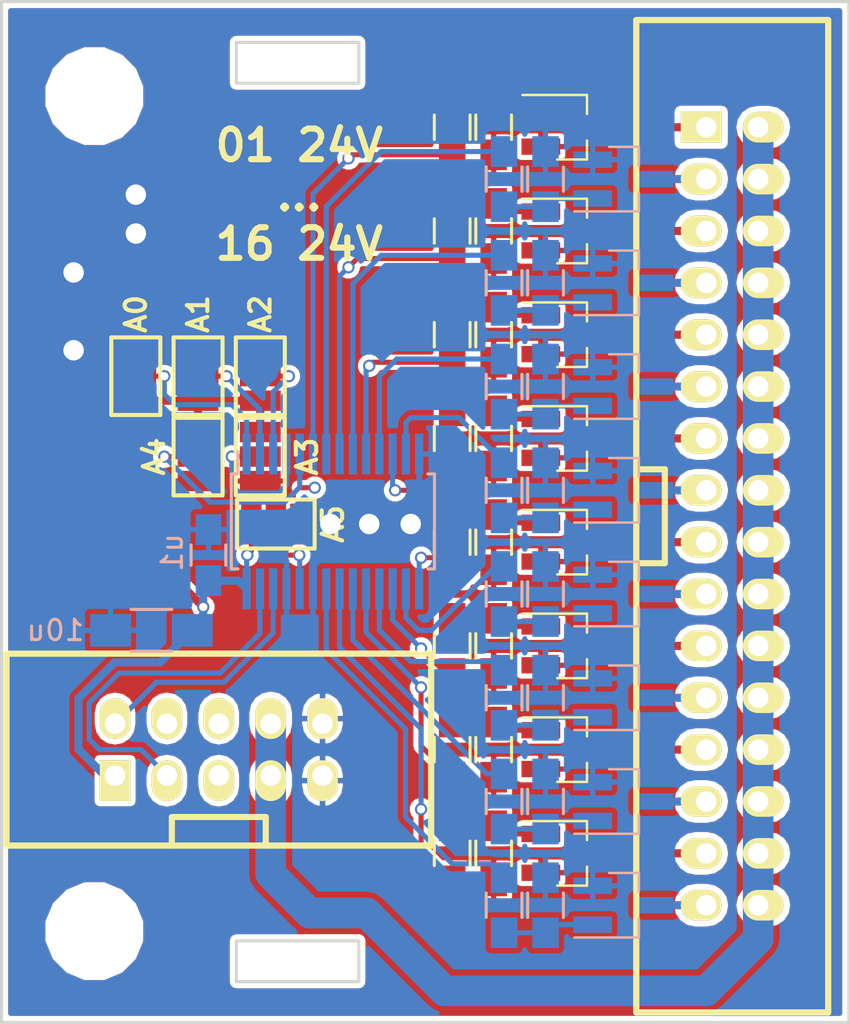
<source format=kicad_pcb>
(kicad_pcb (version 4) (host pcbnew 4.0.5)
  (layers (0 F.Cu signal) (31 B.Cu signal) (34 B.Paste user) (35 F.Paste user) (36 B.SilkS user) (37 F.SilkS user) (38 B.Mask user) (39 F.Mask user) (44 Edge.Cuts user))
  (net 0 "")
  (net 1 +24V)
  (net 2 GND)
  (net 3 +3V3)
  (net 4 /SCL)
  (net 5 "Net-(P2-Pad9)")
  (net 6 "Net-(P2-Pad7)")
  (net 7 "Net-(P2-Pad1)")
  (net 8 "Net-(P2-Pad3)")
  (net 9 "Net-(P2-Pad5)")
  (net 10 /A0)
  (net 11 /A1)
  (net 12 /A2)
  (net 13 /A3)
  (net 14 /A4)
  (net 15 /SDA)
  (net 16 "Net-(P2-Pad31)")
  (net 17 "Net-(P2-Pad27)")
  (net 18 "Net-(P2-Pad29)")
  (net 19 "Net-(P2-Pad25)")
  (net 20 "Net-(P2-Pad23)")
  (net 21 "Net-(P2-Pad21)")
  (net 22 "Net-(P2-Pad19)")
  (net 23 "Net-(P2-Pad17)")
  (net 24 "Net-(P2-Pad15)")
  (net 25 "Net-(P2-Pad13)")
  (net 26 "Net-(P2-Pad11)")
  (net 27 /LED0)
  (net 28 /LED1)
  (net 29 /LED2)
  (net 30 /LED3)
  (net 31 /LED4)
  (net 32 /LED5)
  (net 33 /LED6)
  (net 34 /LED7)
  (net 35 /LED8)
  (net 36 /LED9)
  (net 37 /LED10)
  (net 38 /LED11)
  (net 39 /LED12)
  (net 40 /LED13)
  (net 41 /LED14)
  (net 42 /LED15)
  (net 43 /A5)
  (net 44 "Net-(Q1-Pad1)")
  (net 45 "Net-(Q2-Pad1)")
  (net 46 "Net-(Q3-Pad1)")
  (net 47 "Net-(Q4-Pad1)")
  (net 48 "Net-(Q5-Pad1)")
  (net 49 "Net-(Q6-Pad1)")
  (net 50 "Net-(Q7-Pad1)")
  (net 51 "Net-(Q8-Pad1)")
  (net 52 "Net-(Q9-Pad1)")
  (net 53 "Net-(Q10-Pad1)")
  (net 54 "Net-(Q11-Pad1)")
  (net 55 "Net-(Q12-Pad1)")
  (net 56 "Net-(Q13-Pad1)")
  (net 57 "Net-(Q14-Pad1)")
  (net 58 "Net-(Q15-Pad1)")
  (net 59 "Net-(Q16-Pad1)")
  (module w_conn_strip:vasch_strip_16x2 (layer F.Cu) (at 145.288 124.206 270)
    (fp_text reference P2 hide)
    (fp_text value CONN_02X16 hide)
    (pad 31 thru_hole oval (at 19.05 1.27 270) (size 1.5 2) (drill 1 (offset 0 0.25)) (layers *.Cu *.Mask F.SilkS) (net 16 "Net-(P2-Pad31)"))
    (pad 32 thru_hole oval (at 19.05 -1.27 270) (size 1.5 2) (drill 1 (offset 0 -0.25)) (layers *.Cu *.Mask F.SilkS) (net 1 +24V))
    (pad 27 thru_hole oval (at 13.97 1.27 270) (size 1.5 2) (drill 1 (offset 0 0.25)) (layers *.Cu *.Mask F.SilkS) (net 17 "Net-(P2-Pad27)"))
    (pad 28 thru_hole oval (at 13.97 -1.27 270) (size 1.5 2) (drill 1 (offset 0 -0.25)) (layers *.Cu *.Mask F.SilkS) (net 1 +24V))
    (pad 30 thru_hole oval (at 16.51 -1.27 270) (size 1.5 2) (drill 1 (offset 0 -0.25)) (layers *.Cu *.Mask F.SilkS) (net 1 +24V))
    (pad 29 thru_hole oval (at 16.51 1.27 270) (size 1.5 2) (drill 1 (offset 0 0.25)) (layers *.Cu *.Mask F.SilkS) (net 18 "Net-(P2-Pad29)"))
    (pad 25 thru_hole oval (at 11.43 1.27 270) (size 1.5 2) (drill 1 (offset 0 0.25)) (layers *.Cu *.Mask F.SilkS) (net 19 "Net-(P2-Pad25)"))
    (pad 26 thru_hole oval (at 11.43 -1.27 270) (size 1.5 2) (drill 1 (offset 0 -0.25)) (layers *.Cu *.Mask F.SilkS) (net 1 +24V))
    (pad 24 thru_hole oval (at 8.89 -1.27 270) (size 1.5 2) (drill 1 (offset 0 -0.25)) (layers *.Cu *.Mask F.SilkS) (net 1 +24V))
    (pad 23 thru_hole oval (at 8.89 1.27 270) (size 1.5 2) (drill 1 (offset 0 0.25)) (layers *.Cu *.Mask F.SilkS) (net 20 "Net-(P2-Pad23)"))
    (pad 21 thru_hole oval (at 6.35 1.27 270) (size 1.5 2) (drill 1 (offset 0 0.25)) (layers *.Cu *.Mask F.SilkS) (net 21 "Net-(P2-Pad21)"))
    (pad 22 thru_hole oval (at 6.35 -1.27 270) (size 1.5 2) (drill 1 (offset 0 -0.25)) (layers *.Cu *.Mask F.SilkS) (net 1 +24V))
    (pad 20 thru_hole oval (at 3.81 -1.27 270) (size 1.5 2) (drill 1 (offset 0 -0.25)) (layers *.Cu *.Mask F.SilkS) (net 1 +24V))
    (pad 19 thru_hole oval (at 3.81 1.27 270) (size 1.5 2) (drill 1 (offset 0 0.25)) (layers *.Cu *.Mask F.SilkS) (net 22 "Net-(P2-Pad19)"))
    (pad 17 thru_hole oval (at 1.27 1.27 270) (size 1.5 2) (drill 1 (offset 0 0.25)) (layers *.Cu *.Mask F.SilkS) (net 23 "Net-(P2-Pad17)"))
    (pad 18 thru_hole oval (at 1.27 -1.27 270) (size 1.5 2) (drill 1 (offset 0 -0.25)) (layers *.Cu *.Mask F.SilkS) (net 1 +24V))
    (pad 16 thru_hole oval (at -1.27 -1.27 270) (size 1.5 2) (drill 1 (offset 0 -0.25)) (layers *.Cu *.Mask F.SilkS) (net 1 +24V))
    (pad 15 thru_hole oval (at -1.27 1.27 270) (size 1.5 2) (drill 1 (offset 0 0.25)) (layers *.Cu *.Mask F.SilkS) (net 24 "Net-(P2-Pad15)"))
    (pad 13 thru_hole oval (at -3.81 1.27 270) (size 1.5 2) (drill 1 (offset 0 0.25)) (layers *.Cu *.Mask F.SilkS) (net 25 "Net-(P2-Pad13)"))
    (pad 14 thru_hole oval (at -3.81 -1.27 270) (size 1.5 2) (drill 1 (offset 0 -0.25)) (layers *.Cu *.Mask F.SilkS) (net 1 +24V))
    (pad 12 thru_hole oval (at -6.35 -1.27 270) (size 1.5 2) (drill 1 (offset 0 -0.25)) (layers *.Cu *.Mask F.SilkS) (net 1 +24V))
    (pad 11 thru_hole oval (at -6.35 1.27 270) (size 1.5 2) (drill 1 (offset 0 0.25)) (layers *.Cu *.Mask F.SilkS) (net 26 "Net-(P2-Pad11)"))
    (pad 9 thru_hole oval (at -8.89 1.27 270) (size 1.5 2) (drill 1 (offset 0 0.25)) (layers *.Cu *.Mask F.SilkS) (net 5 "Net-(P2-Pad9)"))
    (pad 10 thru_hole oval (at -8.89 -1.27 270) (size 1.5 2) (drill 1 (offset 0 -0.25)) (layers *.Cu *.Mask F.SilkS) (net 1 +24V))
    (pad 8 thru_hole oval (at -11.43 -1.27 270) (size 1.5 2) (drill 1 (offset 0 -0.25)) (layers *.Cu *.Mask F.SilkS) (net 1 +24V))
    (pad 7 thru_hole oval (at -11.43 1.27 270) (size 1.5 2) (drill 1 (offset 0 0.25)) (layers *.Cu *.Mask F.SilkS) (net 6 "Net-(P2-Pad7)"))
    (pad 1 thru_hole rect (at -19.05 1.27 270) (size 1.5 2) (drill 1 (offset 0 0.25)) (layers *.Cu *.Mask F.SilkS) (net 7 "Net-(P2-Pad1)"))
    (pad 2 thru_hole oval (at -19.05 -1.27 270) (size 1.5 2) (drill 1 (offset 0 -0.25)) (layers *.Cu *.Mask F.SilkS) (net 1 +24V))
    (pad 3 thru_hole oval (at -16.51 1.27 270) (size 1.5 2) (drill 1 (offset 0 0.25)) (layers *.Cu *.Mask F.SilkS) (net 8 "Net-(P2-Pad3)"))
    (pad 4 thru_hole oval (at -16.51 -1.27 270) (size 1.5 2) (drill 1 (offset 0 -0.25)) (layers *.Cu *.Mask F.SilkS) (net 1 +24V))
    (pad 5 thru_hole oval (at -13.97 1.27 270) (size 1.5 2) (drill 1 (offset 0 0.25)) (layers *.Cu *.Mask F.SilkS) (net 9 "Net-(P2-Pad5)"))
    (pad 6 thru_hole oval (at -13.97 -1.27 270) (size 1.5 2) (drill 1 (offset 0 -0.25)) (layers *.Cu *.Mask F.SilkS) (net 1 +24V))
  )
  (module w_conn_strip:vasch_strip_5x2 (layer F.Cu) (at 120.142 135.636)
    (fp_text reference P1 hide)
    (fp_text value CONN_02X05 hide)
    (pad 9 thru_hole oval (at 5.08 1.27) (size 1.5 2) (drill 1 (offset 0 0.25)) (layers *.Cu *.Mask F.SilkS) (net 2 GND))
    (pad 10 thru_hole oval (at 5.08 -1.27) (size 1.5 2) (drill 1 (offset 0 -0.25)) (layers *.Cu *.Mask F.SilkS) (net 2 GND))
    (pad 8 thru_hole oval (at 2.54 -1.27) (size 1.5 2) (drill 1 (offset 0 -0.25)) (layers *.Cu *.Mask F.SilkS) (net 1 +24V))
    (pad 7 thru_hole oval (at 2.54 1.27) (size 1.5 2) (drill 1 (offset 0 0.25)) (layers *.Cu *.Mask F.SilkS) (net 1 +24V))
    (pad 1 thru_hole rect (at -5.08 1.27) (size 1.5 2) (drill 1 (offset 0 0.25)) (layers *.Cu *.Mask F.SilkS) (net 3 +3V3))
    (pad 2 thru_hole oval (at -5.08 -1.27) (size 1.5 2) (drill 1 (offset 0 -0.25)) (layers *.Cu *.Mask F.SilkS) (net 4 /SCL))
    (pad 3 thru_hole oval (at -2.54 1.27) (size 1.5 2) (drill 1 (offset 0 0.25)) (layers *.Cu *.Mask F.SilkS) (net 15 /SDA))
    (pad 4 thru_hole oval (at -2.54 -1.27) (size 1.5 2) (drill 1 (offset 0 -0.25)) (layers *.Cu *.Mask F.SilkS))
    (pad 5 thru_hole oval (at 0 1.27) (size 1.5 2) (drill 1 (offset 0 0.25)) (layers *.Cu *.Mask F.SilkS))
    (pad 6 thru_hole oval (at 0 -1.27) (size 1.5 2) (drill 1 (offset 0 -0.25)) (layers *.Cu *.Mask F.SilkS))
  )
  (module Capacitors_SMD:C_0805_HandSoldering (layer B.Cu) (at 119.634 126.111 90)
    (fp_text reference C1 hide)
    (fp_text value u1 (at 0.127 -1.778 90) (layer B.SilkS) (effects (justify mirror)))
    (pad 1 smd rect (at -1.25 0 90) (size 1.5 1.25) (layers B.Cu B.Paste B.Mask) (net 3 +3V3))
    (pad 2 smd rect (at 1.25 0 90) (size 1.5 1.25) (layers B.Cu B.Paste B.Mask) (net 2 GND))
  )
  (module Capacitors_SMD:C_1206_HandSoldering (layer B.Cu) (at 116.84 129.794 180)
    (fp_text reference C2 hide)
    (fp_text value 10u (at 4.699 0 180) (layer B.SilkS) (effects (justify mirror)))
    (pad 1 smd rect (at -2 0 180) (size 2 1.6) (layers B.Cu B.Paste B.Mask) (net 3 +3V3))
    (pad 2 smd rect (at 2 0 180) (size 2 1.6) (layers B.Cu B.Paste B.Mask) (net 2 GND))
  )
  (module sensact:SMD-solder-bridge-3pin (layer F.Cu) (at 116.078 117.348 90)
    (fp_text reference JP1 hide)
    (fp_text value A0 (at 3.048 0 90) (layer F.SilkS) (effects (font (thickness 0.2))))
    (pad 1 smd rect (at -1.2 0 90) (size 1 2) (layers F.Cu F.Mask) (net 3 +3V3))
    (pad 2 smd rect (at 0 0 90) (size 1 2) (layers F.Cu F.Mask) (net 10 /A0))
    (pad 3 smd rect (at 1.2 0 90) (size 1 2) (layers F.Cu F.Mask) (net 2 GND))
  )
  (module sensact:SMD-solder-bridge-3pin (layer F.Cu) (at 119.126 117.348 90)
    (fp_text reference JP2 hide)
    (fp_text value A1 (at 3.048 0 90) (layer F.SilkS) (effects (font (thickness 0.2))))
    (pad 1 smd rect (at -1.2 0 90) (size 1 2) (layers F.Cu F.Mask) (net 3 +3V3))
    (pad 2 smd rect (at 0 0 90) (size 1 2) (layers F.Cu F.Mask) (net 11 /A1))
    (pad 3 smd rect (at 1.2 0 90) (size 1 2) (layers F.Cu F.Mask) (net 2 GND))
  )
  (module sensact:SMD-solder-bridge-3pin (layer F.Cu) (at 122.174 117.348 90)
    (fp_text reference JP3 hide)
    (fp_text value A2 (at 3.048 0 90) (layer F.SilkS) (effects (font (thickness 0.2))))
    (pad 1 smd rect (at -1.2 0 90) (size 1 2) (layers F.Cu F.Mask) (net 3 +3V3))
    (pad 2 smd rect (at 0 0 90) (size 1 2) (layers F.Cu F.Mask) (net 12 /A2))
    (pad 3 smd rect (at 1.2 0 90) (size 1 2) (layers F.Cu F.Mask) (net 2 GND))
  )
  (module sensact:SMD-solder-bridge-3pin (layer F.Cu) (at 122.174 121.285 270)
    (fp_text reference JP4 hide)
    (fp_text value A3 (at 0 -2.286 270) (layer F.SilkS) (effects (font (thickness 0.2))))
    (pad 1 smd rect (at -1.2 0 270) (size 1 2) (layers F.Cu F.Mask) (net 3 +3V3))
    (pad 2 smd rect (at 0 0 270) (size 1 2) (layers F.Cu F.Mask) (net 13 /A3))
    (pad 3 smd rect (at 1.2 0 270) (size 1 2) (layers F.Cu F.Mask) (net 2 GND))
  )
  (module sensact:SMD-solder-bridge-3pin (layer F.Cu) (at 119.126 121.285 270)
    (fp_text reference JP5 hide)
    (fp_text value A4 (at 0 2.159 270) (layer F.SilkS) (effects (font (thickness 0.2))))
    (pad 1 smd rect (at -1.2 0 270) (size 1 2) (layers F.Cu F.Mask) (net 3 +3V3))
    (pad 2 smd rect (at 0 0 270) (size 1 2) (layers F.Cu F.Mask) (net 14 /A4))
    (pad 3 smd rect (at 1.2 0 270) (size 1 2) (layers F.Cu F.Mask) (net 2 GND))
  )
  (module sensact:TSSOP-28_4.4x9.7mm_Pitch0.65mm_handsolder (layer B.Cu) (at 125.73 124.46 270)
    (fp_text reference U9 hide)
    (fp_text value PCA9685 hide)
    (pad 1 smd rect (at -3.3 4.225 270) (size 2 0.4) (layers B.Cu B.Paste B.Mask) (net 10 /A0))
    (pad 15 smd rect (at 3.3 -4.225 270) (size 2 0.4) (layers B.Cu B.Paste B.Mask) (net 35 /LED8))
    (pad 2 smd rect (at -3.3 3.575 270) (size 2 0.4) (layers B.Cu B.Paste B.Mask) (net 11 /A1))
    (pad 3 smd rect (at -3.3 2.925 270) (size 2 0.4) (layers B.Cu B.Paste B.Mask) (net 12 /A2))
    (pad 4 smd rect (at -3.3 2.275 270) (size 2 0.4) (layers B.Cu B.Paste B.Mask) (net 13 /A3))
    (pad 5 smd rect (at -3.3 1.625 270) (size 2 0.4) (layers B.Cu B.Paste B.Mask) (net 14 /A4))
    (pad 6 smd rect (at -3.3 0.975 270) (size 2 0.4) (layers B.Cu B.Paste B.Mask) (net 27 /LED0))
    (pad 7 smd rect (at -3.3 0.325 270) (size 2 0.4) (layers B.Cu B.Paste B.Mask) (net 28 /LED1))
    (pad 8 smd rect (at -3.3 -0.325 270) (size 2 0.4) (layers B.Cu B.Paste B.Mask) (net 29 /LED2))
    (pad 9 smd rect (at -3.3 -0.975 270) (size 2 0.4) (layers B.Cu B.Paste B.Mask) (net 30 /LED3))
    (pad 10 smd rect (at -3.3 -1.625 270) (size 2 0.4) (layers B.Cu B.Paste B.Mask) (net 31 /LED4))
    (pad 11 smd rect (at -3.3 -2.275 270) (size 2 0.4) (layers B.Cu B.Paste B.Mask) (net 32 /LED5))
    (pad 12 smd rect (at -3.3 -2.925 270) (size 2 0.4) (layers B.Cu B.Paste B.Mask) (net 33 /LED6))
    (pad 13 smd rect (at -3.3 -3.575 270) (size 2 0.4) (layers B.Cu B.Paste B.Mask) (net 34 /LED7))
    (pad 14 smd rect (at -3.3 -4.225 270) (size 2 0.4) (layers B.Cu B.Paste B.Mask) (net 2 GND))
    (pad 16 smd rect (at 3.3 -3.575 270) (size 2 0.4) (layers B.Cu B.Paste B.Mask) (net 36 /LED9))
    (pad 17 smd rect (at 3.3 -2.925 270) (size 2 0.4) (layers B.Cu B.Paste B.Mask) (net 37 /LED10))
    (pad 18 smd rect (at 3.3 -2.275 270) (size 2 0.4) (layers B.Cu B.Paste B.Mask) (net 38 /LED11))
    (pad 19 smd rect (at 3.3 -1.625 270) (size 2 0.4) (layers B.Cu B.Paste B.Mask) (net 39 /LED12))
    (pad 20 smd rect (at 3.3 -0.975 270) (size 2 0.4) (layers B.Cu B.Paste B.Mask) (net 40 /LED13))
    (pad 21 smd rect (at 3.3 -0.325 270) (size 2 0.4) (layers B.Cu B.Paste B.Mask) (net 41 /LED14))
    (pad 22 smd rect (at 3.3 0.325 270) (size 2 0.4) (layers B.Cu B.Paste B.Mask) (net 42 /LED15))
    (pad 23 smd rect (at 3.3 0.975 270) (size 2 0.4) (layers B.Cu B.Paste B.Mask) (net 2 GND))
    (pad 24 smd rect (at 3.3 1.625 270) (size 2 0.4) (layers B.Cu B.Paste B.Mask) (net 43 /A5))
    (pad 25 smd rect (at 3.3 2.275 270) (size 2 0.4) (layers B.Cu B.Paste B.Mask) (net 2 GND))
    (pad 26 smd rect (at 3.3 2.925 270) (size 2 0.4) (layers B.Cu B.Paste B.Mask) (net 4 /SCL))
    (pad 27 smd rect (at 3.3 3.575 270) (size 2 0.4) (layers B.Cu B.Paste B.Mask) (net 15 /SDA))
    (pad 28 smd rect (at 3.3 4.225 270) (size 2 0.4) (layers B.Cu B.Paste B.Mask) (net 3 +3V3))
  )
  (module sensact:SMD-solder-bridge-3pin (layer F.Cu) (at 122.936 124.587)
    (fp_text reference JP6 hide)
    (fp_text value A5 (at 2.794 0 90) (layer F.SilkS) (effects (font (thickness 0.2))))
    (pad 1 smd rect (at -1.2 0) (size 1 2) (layers F.Cu F.Mask) (net 3 +3V3))
    (pad 2 smd rect (at 0 0) (size 1 2) (layers F.Cu F.Mask) (net 43 /A5))
    (pad 3 smd rect (at 1.2 0) (size 1 2) (layers F.Cu F.Mask) (net 2 GND))
  )
  (module TO_SOT_Packages_SMD:SOT-23_Handsoldering (layer F.Cu) (at 137.414 105.156)
    (fp_text reference Q1 hide)
    (fp_text value Q_NMOS_GSD hide)
    (pad 1 smd rect (at -1.5 -0.95) (size 1.9 0.8) (layers F.Cu F.Paste F.Mask) (net 44 "Net-(Q1-Pad1)"))
    (pad 2 smd rect (at -1.5 0.95) (size 1.9 0.8) (layers F.Cu F.Paste F.Mask) (net 2 GND))
    (pad 3 smd rect (at 1.5 0) (size 1.9 0.8) (layers F.Cu F.Paste F.Mask) (net 7 "Net-(P2-Pad1)"))
  )
  (module TO_SOT_Packages_SMD:SOT-23_Handsoldering (layer B.Cu) (at 139.954 107.696)
    (fp_text reference Q2 hide)
    (fp_text value Q_NMOS_GSD hide)
    (pad 1 smd rect (at -1.5 0.95) (size 1.9 0.8) (layers B.Cu B.Paste B.Mask) (net 45 "Net-(Q2-Pad1)"))
    (pad 2 smd rect (at -1.5 -0.95) (size 1.9 0.8) (layers B.Cu B.Paste B.Mask) (net 2 GND))
    (pad 3 smd rect (at 1.5 0) (size 1.9 0.8) (layers B.Cu B.Paste B.Mask) (net 8 "Net-(P2-Pad3)"))
  )
  (module TO_SOT_Packages_SMD:SOT-23_Handsoldering (layer F.Cu) (at 137.414 110.236)
    (fp_text reference Q3 hide)
    (fp_text value Q_NMOS_GSD hide)
    (pad 1 smd rect (at -1.5 -0.95) (size 1.9 0.8) (layers F.Cu F.Paste F.Mask) (net 46 "Net-(Q3-Pad1)"))
    (pad 2 smd rect (at -1.5 0.95) (size 1.9 0.8) (layers F.Cu F.Paste F.Mask) (net 2 GND))
    (pad 3 smd rect (at 1.5 0) (size 1.9 0.8) (layers F.Cu F.Paste F.Mask) (net 9 "Net-(P2-Pad5)"))
  )
  (module TO_SOT_Packages_SMD:SOT-23_Handsoldering (layer B.Cu) (at 139.954 112.776)
    (fp_text reference Q4 hide)
    (fp_text value Q_NMOS_GSD hide)
    (pad 1 smd rect (at -1.5 0.95) (size 1.9 0.8) (layers B.Cu B.Paste B.Mask) (net 47 "Net-(Q4-Pad1)"))
    (pad 2 smd rect (at -1.5 -0.95) (size 1.9 0.8) (layers B.Cu B.Paste B.Mask) (net 2 GND))
    (pad 3 smd rect (at 1.5 0) (size 1.9 0.8) (layers B.Cu B.Paste B.Mask) (net 6 "Net-(P2-Pad7)"))
  )
  (module TO_SOT_Packages_SMD:SOT-23_Handsoldering (layer F.Cu) (at 137.414 115.316)
    (fp_text reference Q5 hide)
    (fp_text value Q_NMOS_GSD hide)
    (pad 1 smd rect (at -1.5 -0.95) (size 1.9 0.8) (layers F.Cu F.Paste F.Mask) (net 48 "Net-(Q5-Pad1)"))
    (pad 2 smd rect (at -1.5 0.95) (size 1.9 0.8) (layers F.Cu F.Paste F.Mask) (net 2 GND))
    (pad 3 smd rect (at 1.5 0) (size 1.9 0.8) (layers F.Cu F.Paste F.Mask) (net 5 "Net-(P2-Pad9)"))
  )
  (module TO_SOT_Packages_SMD:SOT-23_Handsoldering (layer B.Cu) (at 139.954 117.856)
    (fp_text reference Q6 hide)
    (fp_text value Q_NMOS_GSD hide)
    (pad 1 smd rect (at -1.5 0.95) (size 1.9 0.8) (layers B.Cu B.Paste B.Mask) (net 49 "Net-(Q6-Pad1)"))
    (pad 2 smd rect (at -1.5 -0.95) (size 1.9 0.8) (layers B.Cu B.Paste B.Mask) (net 2 GND))
    (pad 3 smd rect (at 1.5 0) (size 1.9 0.8) (layers B.Cu B.Paste B.Mask) (net 26 "Net-(P2-Pad11)"))
  )
  (module TO_SOT_Packages_SMD:SOT-23_Handsoldering (layer F.Cu) (at 137.414 120.396)
    (fp_text reference Q7 hide)
    (fp_text value Q_NMOS_GSD hide)
    (pad 1 smd rect (at -1.5 -0.95) (size 1.9 0.8) (layers F.Cu F.Paste F.Mask) (net 50 "Net-(Q7-Pad1)"))
    (pad 2 smd rect (at -1.5 0.95) (size 1.9 0.8) (layers F.Cu F.Paste F.Mask) (net 2 GND))
    (pad 3 smd rect (at 1.5 0) (size 1.9 0.8) (layers F.Cu F.Paste F.Mask) (net 25 "Net-(P2-Pad13)"))
  )
  (module TO_SOT_Packages_SMD:SOT-23_Handsoldering (layer B.Cu) (at 139.954 122.936)
    (fp_text reference Q8 hide)
    (fp_text value Q_NMOS_GSD hide)
    (pad 1 smd rect (at -1.5 0.95) (size 1.9 0.8) (layers B.Cu B.Paste B.Mask) (net 51 "Net-(Q8-Pad1)"))
    (pad 2 smd rect (at -1.5 -0.95) (size 1.9 0.8) (layers B.Cu B.Paste B.Mask) (net 2 GND))
    (pad 3 smd rect (at 1.5 0) (size 1.9 0.8) (layers B.Cu B.Paste B.Mask) (net 24 "Net-(P2-Pad15)"))
  )
  (module TO_SOT_Packages_SMD:SOT-23_Handsoldering (layer F.Cu) (at 137.414 125.476)
    (fp_text reference Q9 hide)
    (fp_text value Q_NMOS_GSD hide)
    (pad 1 smd rect (at -1.5 -0.95) (size 1.9 0.8) (layers F.Cu F.Paste F.Mask) (net 52 "Net-(Q9-Pad1)"))
    (pad 2 smd rect (at -1.5 0.95) (size 1.9 0.8) (layers F.Cu F.Paste F.Mask) (net 2 GND))
    (pad 3 smd rect (at 1.5 0) (size 1.9 0.8) (layers F.Cu F.Paste F.Mask) (net 23 "Net-(P2-Pad17)"))
  )
  (module TO_SOT_Packages_SMD:SOT-23_Handsoldering (layer B.Cu) (at 139.954 128.016)
    (fp_text reference Q10 hide)
    (fp_text value Q_NMOS_GSD hide)
    (pad 1 smd rect (at -1.5 0.95) (size 1.9 0.8) (layers B.Cu B.Paste B.Mask) (net 53 "Net-(Q10-Pad1)"))
    (pad 2 smd rect (at -1.5 -0.95) (size 1.9 0.8) (layers B.Cu B.Paste B.Mask) (net 2 GND))
    (pad 3 smd rect (at 1.5 0) (size 1.9 0.8) (layers B.Cu B.Paste B.Mask) (net 22 "Net-(P2-Pad19)"))
  )
  (module TO_SOT_Packages_SMD:SOT-23_Handsoldering (layer F.Cu) (at 137.414 130.556)
    (fp_text reference Q11 hide)
    (fp_text value Q_NMOS_GSD hide)
    (pad 1 smd rect (at -1.5 -0.95) (size 1.9 0.8) (layers F.Cu F.Paste F.Mask) (net 54 "Net-(Q11-Pad1)"))
    (pad 2 smd rect (at -1.5 0.95) (size 1.9 0.8) (layers F.Cu F.Paste F.Mask) (net 2 GND))
    (pad 3 smd rect (at 1.5 0) (size 1.9 0.8) (layers F.Cu F.Paste F.Mask) (net 21 "Net-(P2-Pad21)"))
  )
  (module TO_SOT_Packages_SMD:SOT-23_Handsoldering (layer B.Cu) (at 139.954 133.096)
    (fp_text reference Q12 hide)
    (fp_text value Q_NMOS_GSD hide)
    (pad 1 smd rect (at -1.5 0.95) (size 1.9 0.8) (layers B.Cu B.Paste B.Mask) (net 55 "Net-(Q12-Pad1)"))
    (pad 2 smd rect (at -1.5 -0.95) (size 1.9 0.8) (layers B.Cu B.Paste B.Mask) (net 2 GND))
    (pad 3 smd rect (at 1.5 0) (size 1.9 0.8) (layers B.Cu B.Paste B.Mask) (net 20 "Net-(P2-Pad23)"))
  )
  (module TO_SOT_Packages_SMD:SOT-23_Handsoldering (layer F.Cu) (at 137.414 135.636)
    (fp_text reference Q13 hide)
    (fp_text value Q_NMOS_GSD hide)
    (pad 1 smd rect (at -1.5 -0.95) (size 1.9 0.8) (layers F.Cu F.Paste F.Mask) (net 56 "Net-(Q13-Pad1)"))
    (pad 2 smd rect (at -1.5 0.95) (size 1.9 0.8) (layers F.Cu F.Paste F.Mask) (net 2 GND))
    (pad 3 smd rect (at 1.5 0) (size 1.9 0.8) (layers F.Cu F.Paste F.Mask) (net 19 "Net-(P2-Pad25)"))
  )
  (module TO_SOT_Packages_SMD:SOT-23_Handsoldering (layer B.Cu) (at 139.954 138.176)
    (fp_text reference Q14 hide)
    (fp_text value Q_NMOS_GSD hide)
    (pad 1 smd rect (at -1.5 0.95) (size 1.9 0.8) (layers B.Cu B.Paste B.Mask) (net 57 "Net-(Q14-Pad1)"))
    (pad 2 smd rect (at -1.5 -0.95) (size 1.9 0.8) (layers B.Cu B.Paste B.Mask) (net 2 GND))
    (pad 3 smd rect (at 1.5 0) (size 1.9 0.8) (layers B.Cu B.Paste B.Mask) (net 17 "Net-(P2-Pad27)"))
  )
  (module TO_SOT_Packages_SMD:SOT-23_Handsoldering (layer F.Cu) (at 137.414 140.716)
    (fp_text reference Q15 hide)
    (fp_text value Q_NMOS_GSD hide)
    (pad 1 smd rect (at -1.5 -0.95) (size 1.9 0.8) (layers F.Cu F.Paste F.Mask) (net 58 "Net-(Q15-Pad1)"))
    (pad 2 smd rect (at -1.5 0.95) (size 1.9 0.8) (layers F.Cu F.Paste F.Mask) (net 2 GND))
    (pad 3 smd rect (at 1.5 0) (size 1.9 0.8) (layers F.Cu F.Paste F.Mask) (net 18 "Net-(P2-Pad29)"))
  )
  (module TO_SOT_Packages_SMD:SOT-23_Handsoldering (layer B.Cu) (at 139.954 143.256)
    (fp_text reference Q16 hide)
    (fp_text value Q_NMOS_GSD hide)
    (pad 1 smd rect (at -1.5 0.95) (size 1.9 0.8) (layers B.Cu B.Paste B.Mask) (net 59 "Net-(Q16-Pad1)"))
    (pad 2 smd rect (at -1.5 -0.95) (size 1.9 0.8) (layers B.Cu B.Paste B.Mask) (net 2 GND))
    (pad 3 smd rect (at 1.5 0) (size 1.9 0.8) (layers B.Cu B.Paste B.Mask) (net 16 "Net-(P2-Pad31)"))
  )
  (module Resistors_SMD:R_0805_HandSoldering (layer F.Cu) (at 131.572 105.156 270)
    (fp_text reference R1 hide)
    (fp_text value 1k hide)
    (pad 1 smd rect (at -1.35 0 270) (size 1.5 1.3) (layers F.Cu F.Paste F.Mask) (net 44 "Net-(Q1-Pad1)"))
    (pad 2 smd rect (at 1.35 0 270) (size 1.5 1.3) (layers F.Cu F.Paste F.Mask) (net 27 /LED0))
  )
  (module Resistors_SMD:R_0805_HandSoldering (layer B.Cu) (at 134.112 107.696 90)
    (fp_text reference R2 hide)
    (fp_text value 1k hide)
    (pad 1 smd rect (at -1.35 0 90) (size 1.5 1.3) (layers B.Cu B.Paste B.Mask) (net 45 "Net-(Q2-Pad1)"))
    (pad 2 smd rect (at 1.35 0 90) (size 1.5 1.3) (layers B.Cu B.Paste B.Mask) (net 28 /LED1))
  )
  (module Resistors_SMD:R_0805_HandSoldering (layer F.Cu) (at 133.604 105.156 270)
    (fp_text reference R3 hide)
    (fp_text value 10k hide)
    (pad 1 smd rect (at -1.35 0 270) (size 1.5 1.3) (layers F.Cu F.Paste F.Mask) (net 44 "Net-(Q1-Pad1)"))
    (pad 2 smd rect (at 1.35 0 270) (size 1.5 1.3) (layers F.Cu F.Paste F.Mask) (net 2 GND))
  )
  (module Resistors_SMD:R_0805_HandSoldering (layer B.Cu) (at 136.144 107.696 90)
    (fp_text reference R4 hide)
    (fp_text value 10k hide)
    (pad 1 smd rect (at -1.35 0 90) (size 1.5 1.3) (layers B.Cu B.Paste B.Mask) (net 45 "Net-(Q2-Pad1)"))
    (pad 2 smd rect (at 1.35 0 90) (size 1.5 1.3) (layers B.Cu B.Paste B.Mask) (net 2 GND))
  )
  (module Resistors_SMD:R_0805_HandSoldering (layer F.Cu) (at 131.572 110.236 270)
    (fp_text reference R5 hide)
    (fp_text value 1k hide)
    (pad 1 smd rect (at -1.35 0 270) (size 1.5 1.3) (layers F.Cu F.Paste F.Mask) (net 46 "Net-(Q3-Pad1)"))
    (pad 2 smd rect (at 1.35 0 270) (size 1.5 1.3) (layers F.Cu F.Paste F.Mask) (net 29 /LED2))
  )
  (module Resistors_SMD:R_0805_HandSoldering (layer B.Cu) (at 134.112 112.776 90)
    (fp_text reference R6 hide)
    (fp_text value 1k hide)
    (pad 1 smd rect (at -1.35 0 90) (size 1.5 1.3) (layers B.Cu B.Paste B.Mask) (net 47 "Net-(Q4-Pad1)"))
    (pad 2 smd rect (at 1.35 0 90) (size 1.5 1.3) (layers B.Cu B.Paste B.Mask) (net 30 /LED3))
  )
  (module Resistors_SMD:R_0805_HandSoldering (layer F.Cu) (at 133.604 110.236 270)
    (fp_text reference R7 hide)
    (fp_text value 10k hide)
    (pad 1 smd rect (at -1.35 0 270) (size 1.5 1.3) (layers F.Cu F.Paste F.Mask) (net 46 "Net-(Q3-Pad1)"))
    (pad 2 smd rect (at 1.35 0 270) (size 1.5 1.3) (layers F.Cu F.Paste F.Mask) (net 2 GND))
  )
  (module Resistors_SMD:R_0805_HandSoldering (layer B.Cu) (at 136.144 112.776 90)
    (fp_text reference R8 hide)
    (fp_text value 10k hide)
    (pad 1 smd rect (at -1.35 0 90) (size 1.5 1.3) (layers B.Cu B.Paste B.Mask) (net 47 "Net-(Q4-Pad1)"))
    (pad 2 smd rect (at 1.35 0 90) (size 1.5 1.3) (layers B.Cu B.Paste B.Mask) (net 2 GND))
  )
  (module Resistors_SMD:R_0805_HandSoldering (layer F.Cu) (at 131.572 115.316 270)
    (fp_text reference R9 hide)
    (fp_text value 1k hide)
    (pad 1 smd rect (at -1.35 0 270) (size 1.5 1.3) (layers F.Cu F.Paste F.Mask) (net 48 "Net-(Q5-Pad1)"))
    (pad 2 smd rect (at 1.35 0 270) (size 1.5 1.3) (layers F.Cu F.Paste F.Mask) (net 31 /LED4))
  )
  (module Resistors_SMD:R_0805_HandSoldering (layer B.Cu) (at 134.112 117.856 90)
    (fp_text reference R10 hide)
    (fp_text value 1k hide)
    (pad 1 smd rect (at -1.35 0 90) (size 1.5 1.3) (layers B.Cu B.Paste B.Mask) (net 49 "Net-(Q6-Pad1)"))
    (pad 2 smd rect (at 1.35 0 90) (size 1.5 1.3) (layers B.Cu B.Paste B.Mask) (net 32 /LED5))
  )
  (module Resistors_SMD:R_0805_HandSoldering (layer F.Cu) (at 133.604 115.316 270)
    (fp_text reference R11 hide)
    (fp_text value 10k hide)
    (pad 1 smd rect (at -1.35 0 270) (size 1.5 1.3) (layers F.Cu F.Paste F.Mask) (net 48 "Net-(Q5-Pad1)"))
    (pad 2 smd rect (at 1.35 0 270) (size 1.5 1.3) (layers F.Cu F.Paste F.Mask) (net 2 GND))
  )
  (module Resistors_SMD:R_0805_HandSoldering (layer B.Cu) (at 136.144 117.856 90)
    (fp_text reference R12 hide)
    (fp_text value 10k hide)
    (pad 1 smd rect (at -1.35 0 90) (size 1.5 1.3) (layers B.Cu B.Paste B.Mask) (net 49 "Net-(Q6-Pad1)"))
    (pad 2 smd rect (at 1.35 0 90) (size 1.5 1.3) (layers B.Cu B.Paste B.Mask) (net 2 GND))
  )
  (module Resistors_SMD:R_0805_HandSoldering (layer F.Cu) (at 131.572 120.396 270)
    (fp_text reference R13 hide)
    (fp_text value 1k hide)
    (pad 1 smd rect (at -1.35 0 270) (size 1.5 1.3) (layers F.Cu F.Paste F.Mask) (net 50 "Net-(Q7-Pad1)"))
    (pad 2 smd rect (at 1.35 0 270) (size 1.5 1.3) (layers F.Cu F.Paste F.Mask) (net 33 /LED6))
  )
  (module Resistors_SMD:R_0805_HandSoldering (layer B.Cu) (at 134.112 122.936 90)
    (fp_text reference R14 hide)
    (fp_text value 1k hide)
    (pad 1 smd rect (at -1.35 0 90) (size 1.5 1.3) (layers B.Cu B.Paste B.Mask) (net 51 "Net-(Q8-Pad1)"))
    (pad 2 smd rect (at 1.35 0 90) (size 1.5 1.3) (layers B.Cu B.Paste B.Mask) (net 34 /LED7))
  )
  (module Resistors_SMD:R_0805_HandSoldering (layer F.Cu) (at 133.604 120.396 270)
    (fp_text reference R15 hide)
    (fp_text value 10k hide)
    (pad 1 smd rect (at -1.35 0 270) (size 1.5 1.3) (layers F.Cu F.Paste F.Mask) (net 50 "Net-(Q7-Pad1)"))
    (pad 2 smd rect (at 1.35 0 270) (size 1.5 1.3) (layers F.Cu F.Paste F.Mask) (net 2 GND))
  )
  (module Resistors_SMD:R_0805_HandSoldering (layer B.Cu) (at 136.144 122.936 90)
    (fp_text reference R16 hide)
    (fp_text value 10k hide)
    (pad 1 smd rect (at -1.35 0 90) (size 1.5 1.3) (layers B.Cu B.Paste B.Mask) (net 51 "Net-(Q8-Pad1)"))
    (pad 2 smd rect (at 1.35 0 90) (size 1.5 1.3) (layers B.Cu B.Paste B.Mask) (net 2 GND))
  )
  (module Resistors_SMD:R_0805_HandSoldering (layer F.Cu) (at 131.572 125.476 270)
    (fp_text reference R17 hide)
    (fp_text value 1k hide)
    (pad 1 smd rect (at -1.35 0 270) (size 1.5 1.3) (layers F.Cu F.Paste F.Mask) (net 52 "Net-(Q9-Pad1)"))
    (pad 2 smd rect (at 1.35 0 270) (size 1.5 1.3) (layers F.Cu F.Paste F.Mask) (net 35 /LED8))
  )
  (module Resistors_SMD:R_0805_HandSoldering (layer B.Cu) (at 134.112 128.016 90)
    (fp_text reference R18 hide)
    (fp_text value 1k hide)
    (pad 1 smd rect (at -1.35 0 90) (size 1.5 1.3) (layers B.Cu B.Paste B.Mask) (net 53 "Net-(Q10-Pad1)"))
    (pad 2 smd rect (at 1.35 0 90) (size 1.5 1.3) (layers B.Cu B.Paste B.Mask) (net 36 /LED9))
  )
  (module Resistors_SMD:R_0805_HandSoldering (layer F.Cu) (at 133.604 125.476 270)
    (fp_text reference R19 hide)
    (fp_text value 10k hide)
    (pad 1 smd rect (at -1.35 0 270) (size 1.5 1.3) (layers F.Cu F.Paste F.Mask) (net 52 "Net-(Q9-Pad1)"))
    (pad 2 smd rect (at 1.35 0 270) (size 1.5 1.3) (layers F.Cu F.Paste F.Mask) (net 2 GND))
  )
  (module Resistors_SMD:R_0805_HandSoldering (layer B.Cu) (at 136.144 128.016 90)
    (fp_text reference R20 hide)
    (fp_text value 10k hide)
    (pad 1 smd rect (at -1.35 0 90) (size 1.5 1.3) (layers B.Cu B.Paste B.Mask) (net 53 "Net-(Q10-Pad1)"))
    (pad 2 smd rect (at 1.35 0 90) (size 1.5 1.3) (layers B.Cu B.Paste B.Mask) (net 2 GND))
  )
  (module Resistors_SMD:R_0805_HandSoldering (layer F.Cu) (at 131.572 130.556 270)
    (fp_text reference R21 hide)
    (fp_text value 1k hide)
    (pad 1 smd rect (at -1.35 0 270) (size 1.5 1.3) (layers F.Cu F.Paste F.Mask) (net 54 "Net-(Q11-Pad1)"))
    (pad 2 smd rect (at 1.35 0 270) (size 1.5 1.3) (layers F.Cu F.Paste F.Mask) (net 37 /LED10))
  )
  (module Resistors_SMD:R_0805_HandSoldering (layer B.Cu) (at 134.112 133.096 90)
    (fp_text reference R22 hide)
    (fp_text value 1k hide)
    (pad 1 smd rect (at -1.35 0 90) (size 1.5 1.3) (layers B.Cu B.Paste B.Mask) (net 55 "Net-(Q12-Pad1)"))
    (pad 2 smd rect (at 1.35 0 90) (size 1.5 1.3) (layers B.Cu B.Paste B.Mask) (net 38 /LED11))
  )
  (module Resistors_SMD:R_0805_HandSoldering (layer F.Cu) (at 133.604 130.556 270)
    (fp_text reference R23 hide)
    (fp_text value 10k hide)
    (pad 1 smd rect (at -1.35 0 270) (size 1.5 1.3) (layers F.Cu F.Paste F.Mask) (net 54 "Net-(Q11-Pad1)"))
    (pad 2 smd rect (at 1.35 0 270) (size 1.5 1.3) (layers F.Cu F.Paste F.Mask) (net 2 GND))
  )
  (module Resistors_SMD:R_0805_HandSoldering (layer B.Cu) (at 136.144 133.096 90)
    (fp_text reference R24 hide)
    (fp_text value 10k hide)
    (pad 1 smd rect (at -1.35 0 90) (size 1.5 1.3) (layers B.Cu B.Paste B.Mask) (net 55 "Net-(Q12-Pad1)"))
    (pad 2 smd rect (at 1.35 0 90) (size 1.5 1.3) (layers B.Cu B.Paste B.Mask) (net 2 GND))
  )
  (module Resistors_SMD:R_0805_HandSoldering (layer F.Cu) (at 131.572 135.636 270)
    (fp_text reference R25 hide)
    (fp_text value 1k hide)
    (pad 1 smd rect (at -1.35 0 270) (size 1.5 1.3) (layers F.Cu F.Paste F.Mask) (net 56 "Net-(Q13-Pad1)"))
    (pad 2 smd rect (at 1.35 0 270) (size 1.5 1.3) (layers F.Cu F.Paste F.Mask) (net 39 /LED12))
  )
  (module Resistors_SMD:R_0805_HandSoldering (layer B.Cu) (at 134.112 138.176 90)
    (fp_text reference R26 hide)
    (fp_text value 1k hide)
    (pad 1 smd rect (at -1.35 0 90) (size 1.5 1.3) (layers B.Cu B.Paste B.Mask) (net 57 "Net-(Q14-Pad1)"))
    (pad 2 smd rect (at 1.35 0 90) (size 1.5 1.3) (layers B.Cu B.Paste B.Mask) (net 40 /LED13))
  )
  (module Resistors_SMD:R_0805_HandSoldering (layer F.Cu) (at 133.604 135.636 270)
    (fp_text reference R27 hide)
    (fp_text value 10k hide)
    (pad 1 smd rect (at -1.35 0 270) (size 1.5 1.3) (layers F.Cu F.Paste F.Mask) (net 56 "Net-(Q13-Pad1)"))
    (pad 2 smd rect (at 1.35 0 270) (size 1.5 1.3) (layers F.Cu F.Paste F.Mask) (net 2 GND))
  )
  (module Resistors_SMD:R_0805_HandSoldering (layer B.Cu) (at 136.144 138.176 90)
    (fp_text reference R28 hide)
    (fp_text value 10k hide)
    (pad 1 smd rect (at -1.35 0 90) (size 1.5 1.3) (layers B.Cu B.Paste B.Mask) (net 57 "Net-(Q14-Pad1)"))
    (pad 2 smd rect (at 1.35 0 90) (size 1.5 1.3) (layers B.Cu B.Paste B.Mask) (net 2 GND))
  )
  (module Resistors_SMD:R_0805_HandSoldering (layer F.Cu) (at 131.572 140.716 270)
    (fp_text reference R29 hide)
    (fp_text value 1k hide)
    (pad 1 smd rect (at -1.35 0 270) (size 1.5 1.3) (layers F.Cu F.Paste F.Mask) (net 58 "Net-(Q15-Pad1)"))
    (pad 2 smd rect (at 1.35 0 270) (size 1.5 1.3) (layers F.Cu F.Paste F.Mask) (net 41 /LED14))
  )
  (module Resistors_SMD:R_0805_HandSoldering (layer F.Cu) (at 133.604 140.716 270)
    (fp_text reference R30 hide)
    (fp_text value 10k hide)
    (pad 1 smd rect (at -1.35 0 270) (size 1.5 1.3) (layers F.Cu F.Paste F.Mask) (net 58 "Net-(Q15-Pad1)"))
    (pad 2 smd rect (at 1.35 0 270) (size 1.5 1.3) (layers F.Cu F.Paste F.Mask) (net 2 GND))
  )
  (module Resistors_SMD:R_0805_HandSoldering (layer B.Cu) (at 134.112 143.256 90)
    (fp_text reference R31 hide)
    (fp_text value 1k hide)
    (pad 1 smd rect (at -1.35 0 90) (size 1.5 1.3) (layers B.Cu B.Paste B.Mask) (net 59 "Net-(Q16-Pad1)"))
    (pad 2 smd rect (at 1.35 0 90) (size 1.5 1.3) (layers B.Cu B.Paste B.Mask) (net 42 /LED15))
  )
  (module Resistors_SMD:R_0805_HandSoldering (layer B.Cu) (at 136.144 143.256 90)
    (fp_text reference R32 hide)
    (fp_text value 10k hide)
    (pad 1 smd rect (at -1.35 0 90) (size 1.5 1.3) (layers B.Cu B.Paste B.Mask) (net 59 "Net-(Q16-Pad1)"))
    (pad 2 smd rect (at 1.35 0 90) (size 1.5 1.3) (layers B.Cu B.Paste B.Mask) (net 2 GND))
  )
  (module Mounting_Holes:MountingHole_4.3mm_M4_DIN965 (layer F.Cu) (at 114.046 144.526)
    (fp_text reference M1 hide)
    (fp_text value CONN_01X01 hide)
    (pad 1 np_thru_hole circle (at 0 0) (size 4.3 4.3) (drill 4.3) (layers *.Cu *.Mask))
  )
  (module Mounting_Holes:MountingHole_4.3mm_M4_DIN965 (layer F.Cu) (at 114.046 103.632)
    (fp_text reference M2 hide)
    (fp_text value CONN_01X01 hide)
    (pad 1 np_thru_hole circle (at 0 0) (size 4.3 4.3) (drill 4.3) (layers *.Cu *.Mask))
  )
  (gr_line (start 109.5 99) (end 118 99) (angle 90) (layer Edge.Cuts) (width 0.15))
  (gr_line (start 109.5 149) (end 109.5 99) (angle 90) (layer Edge.Cuts) (width 0.15))
  (gr_line (start 118 149) (end 109.5 149) (angle 90) (layer Edge.Cuts) (width 0.15))
  (gr_line (start 121 103) (end 121 101) (angle 90) (layer Edge.Cuts) (width 0.15))
  (gr_line (start 127 103) (end 121 103) (angle 90) (layer Edge.Cuts) (width 0.15))
  (gr_line (start 127 101) (end 127 103) (angle 90) (layer Edge.Cuts) (width 0.15))
  (gr_line (start 121 101) (end 127 101) (angle 90) (layer Edge.Cuts) (width 0.15))
  (gr_line (start 121 147) (end 127 147) (angle 90) (layer Edge.Cuts) (width 0.15))
  (gr_line (start 121 145) (end 121 147) (angle 90) (layer Edge.Cuts) (width 0.15))
  (gr_line (start 127 145) (end 121 145) (angle 90) (layer Edge.Cuts) (width 0.15))
  (gr_line (start 127 147) (end 127 145) (angle 90) (layer Edge.Cuts) (width 0.15))
  (gr_line (start 118 99) (end 151 99) (angle 90) (layer Edge.Cuts) (width 0.15))
  (gr_line (start 151 149) (end 118 149) (angle 90) (layer Edge.Cuts) (width 0.15))
  (gr_line (start 151 99) (end 151 149) (angle 90) (layer Edge.Cuts) (width 0.15))
  (gr_text "01 24V\n...\n16 24V" (at 124.079 108.458) (layer F.SilkS) (effects (font (size 1.5 1.5) (thickness 0.3))))
  (segment (start 124.079 122.809) (end 124.841 122.809) (width 0.25) (layer F.Cu) (net 0))
  (via (at 124.841 122.809) (size 0.6) (drill 0.4) (layers F.Cu B.Cu) (net 0))
  (segment (start 122.682 134.366) (end 122.682 136.906) (width 1.5) (layer B.Cu) (net 1))
  (segment (start 122.682 136.906) (end 122.682 138.684) (width 1.5) (layer B.Cu) (net 1))
  (segment (start 122.682 140.462) (end 122.682 141.732) (width 1.5) (layer B.Cu) (net 1))
  (segment (start 146.558 144.907) (end 146.558 143.256) (width 1.5) (layer B.Cu) (net 1))
  (segment (start 144.018 147.447) (end 146.558 144.907) (width 1.5) (layer B.Cu) (net 1))
  (segment (start 131.191 147.447) (end 144.018 147.447) (width 1.5) (layer B.Cu) (net 1))
  (segment (start 127.381 143.637) (end 131.191 147.447) (width 1.5) (layer B.Cu) (net 1))
  (segment (start 124.587 143.637) (end 127.381 143.637) (width 1.5) (layer B.Cu) (net 1))
  (segment (start 122.682 141.732) (end 124.587 143.637) (width 1.5) (layer B.Cu) (net 1))
  (segment (start 122.682 137.922) (end 122.682 138.684) (width 1.5) (layer B.Cu) (net 1))
  (segment (start 122.682 138.684) (end 122.682 140.462) (width 1.5) (layer B.Cu) (net 1))
  (segment (start 146.558 133.096) (end 146.558 130.556) (width 1.5) (layer B.Cu) (net 1))
  (segment (start 146.558 130.556) (end 146.558 128.016) (width 1.5) (layer B.Cu) (net 1))
  (segment (start 146.558 128.016) (end 146.558 125.476) (width 1.5) (layer B.Cu) (net 1))
  (segment (start 146.558 125.476) (end 146.558 122.936) (width 1.5) (layer B.Cu) (net 1))
  (segment (start 146.558 122.936) (end 146.558 120.396) (width 1.5) (layer B.Cu) (net 1))
  (segment (start 146.558 120.396) (end 146.558 117.856) (width 1.5) (layer B.Cu) (net 1))
  (segment (start 146.558 117.856) (end 146.558 115.316) (width 1.5) (layer B.Cu) (net 1))
  (segment (start 146.558 115.316) (end 146.558 112.776) (width 1.5) (layer B.Cu) (net 1))
  (segment (start 146.558 112.776) (end 146.558 110.236) (width 1.5) (layer B.Cu) (net 1))
  (segment (start 146.558 110.236) (end 146.558 107.696) (width 1.5) (layer B.Cu) (net 1))
  (segment (start 146.558 107.696) (end 146.558 105.156) (width 1.5) (layer B.Cu) (net 1))
  (segment (start 146.558 133.096) (end 146.558 135.636) (width 1.5) (layer B.Cu) (net 1))
  (segment (start 146.558 135.636) (end 146.558 138.176) (width 1.5) (layer B.Cu) (net 1))
  (segment (start 146.558 138.176) (end 146.558 140.716) (width 1.5) (layer B.Cu) (net 1))
  (segment (start 146.558 140.716) (end 146.558 143.256) (width 1.5) (layer B.Cu) (net 1))
  (segment (start 124.755 127.76) (end 124.755 126.578) (width 0.4) (layer B.Cu) (net 2))
  (via (at 129.54 124.587) (size 1.5) (drill 1) (layers F.Cu B.Cu) (net 2))
  (segment (start 127.508 124.587) (end 129.54 124.587) (width 0.4) (layer B.Cu) (net 2))
  (via (at 127.508 124.587) (size 1.5) (drill 1) (layers F.Cu B.Cu) (net 2))
  (segment (start 125.603 124.587) (end 127.508 124.587) (width 0.4) (layer F.Cu) (net 2))
  (via (at 125.603 124.587) (size 1.5) (drill 1) (layers F.Cu B.Cu) (net 2))
  (segment (start 125.603 125.73) (end 125.603 124.587) (width 0.4) (layer B.Cu) (net 2))
  (segment (start 124.755 126.578) (end 125.603 125.73) (width 0.4) (layer B.Cu) (net 2))
  (segment (start 116.078 116.148) (end 113.03 116.078) (width 0.4) (layer F.Cu) (net 2))
  (via (at 116.078 108.458) (size 1.5) (drill 1) (layers F.Cu B.Cu) (net 2))
  (segment (start 116.078 110.363) (end 116.078 108.458) (width 0.4) (layer B.Cu) (net 2))
  (via (at 116.078 110.363) (size 1.5) (drill 1) (layers F.Cu B.Cu) (net 2))
  (segment (start 113.03 112.268) (end 116.078 110.363) (width 0.4) (layer F.Cu) (net 2))
  (via (at 113.03 112.268) (size 1.5) (drill 1) (layers F.Cu B.Cu) (net 2))
  (segment (start 113.03 116.078) (end 113.03 112.268) (width 0.4) (layer B.Cu) (net 2))
  (via (at 113.03 116.078) (size 1.5) (drill 1) (layers F.Cu B.Cu) (net 2))
  (segment (start 114.055768 132.343768) (end 113.266998 133.132538) (width 0.4) (layer B.Cu) (net 3))
  (segment (start 117.275004 131.358996) (end 115.04054 131.358996) (width 0.4) (layer B.Cu) (net 3))
  (segment (start 115.04054 131.358996) (end 114.055768 132.343768) (width 0.4) (layer B.Cu) (net 3))
  (segment (start 118.84 129.794) (end 117.275004 131.358996) (width 0.4) (layer B.Cu) (net 3))
  (segment (start 113.266998 135.618998) (end 114.554 136.906) (width 0.4) (layer B.Cu) (net 3))
  (segment (start 113.266998 135.345462) (end 113.266998 135.618998) (width 0.4) (layer B.Cu) (net 3))
  (segment (start 113.266998 133.132538) (end 113.266998 135.345462) (width 0.4) (layer B.Cu) (net 3))
  (segment (start 114.554 136.906) (end 115.062 136.906) (width 0.4) (layer B.Cu) (net 3))
  (segment (start 119.38 128.651) (end 119.38 129.254) (width 0.4) (layer B.Cu) (net 3))
  (segment (start 119.38 129.254) (end 118.84 129.794) (width 0.4) (layer B.Cu) (net 3))
  (segment (start 121.505 127.76) (end 121.505 126.145) (width 0.25) (layer B.Cu) (net 3))
  (segment (start 121.736 125.914) (end 121.736 124.587) (width 0.25) (layer F.Cu) (net 3))
  (segment (start 121.539 126.111) (end 121.736 125.914) (width 0.25) (layer F.Cu) (net 3))
  (via (at 121.539 126.111) (size 0.6) (drill 0.4) (layers F.Cu B.Cu) (net 3))
  (segment (start 121.505 126.145) (end 121.539 126.111) (width 0.25) (layer B.Cu) (net 3))
  (segment (start 119.38 128.651) (end 116.713 125.984) (width 0.4) (layer F.Cu) (net 3))
  (via (at 119.38 128.651) (size 0.6) (drill 0.4) (layers F.Cu B.Cu) (net 3))
  (segment (start 116.713 125.984) (end 116.713 119.126) (width 0.4) (layer F.Cu) (net 3))
  (segment (start 116.713 119.126) (end 116.656 119.126) (width 0.4) (layer F.Cu) (net 3))
  (segment (start 116.656 119.126) (end 116.078 118.548) (width 0.4) (layer F.Cu) (net 3))
  (segment (start 119.38 128.651) (end 119.38 127.615) (width 0.4) (layer B.Cu) (net 3))
  (segment (start 121.505 127.76) (end 121.106 127.361) (width 0.4) (layer B.Cu) (net 3))
  (segment (start 121.106 127.361) (end 119.634 127.361) (width 0.4) (layer B.Cu) (net 3))
  (segment (start 119.38 127.615) (end 119.634 127.361) (width 0.4) (layer B.Cu) (net 3))
  (segment (start 119.126 118.548) (end 119.126 120.085) (width 0.4) (layer F.Cu) (net 3))
  (segment (start 122.174 118.548) (end 122.174 120.085) (width 0.4) (layer F.Cu) (net 3))
  (segment (start 122.174 118.548) (end 119.126 118.548) (width 0.4) (layer F.Cu) (net 3))
  (segment (start 119.126 118.548) (end 116.078 118.548) (width 0.4) (layer F.Cu) (net 3))
  (segment (start 122.805 127.76) (end 122.805 129.925) (width 0.25) (layer B.Cu) (net 4))
  (segment (start 117.094 132.334) (end 115.062 134.366) (width 0.25) (layer B.Cu) (net 4))
  (segment (start 120.396 132.334) (end 117.094 132.334) (width 0.25) (layer B.Cu) (net 4))
  (segment (start 122.805 129.925) (end 120.396 132.334) (width 0.25) (layer B.Cu) (net 4))
  (segment (start 144.018 115.316) (end 138.914 115.316) (width 0.4) (layer F.Cu) (net 5))
  (segment (start 144.018 112.776) (end 141.454 112.776) (width 0.4) (layer B.Cu) (net 6))
  (segment (start 144.018 105.156) (end 138.914 105.156) (width 0.4) (layer F.Cu) (net 7))
  (segment (start 144.018 107.696) (end 141.454 107.696) (width 0.4) (layer B.Cu) (net 8))
  (segment (start 144.018 110.236) (end 138.914 110.236) (width 0.4) (layer F.Cu) (net 9))
  (segment (start 116.078 117.348) (end 117.475 117.348) (width 0.25) (layer F.Cu) (net 10))
  (segment (start 121.505 119.473) (end 121.505 121.16) (width 0.25) (layer B.Cu) (net 10))
  (segment (start 120.777 118.745) (end 121.505 119.473) (width 0.25) (layer B.Cu) (net 10))
  (segment (start 117.983 118.745) (end 120.777 118.745) (width 0.25) (layer B.Cu) (net 10))
  (segment (start 117.475 118.237) (end 117.983 118.745) (width 0.25) (layer B.Cu) (net 10))
  (segment (start 117.475 117.348) (end 117.475 118.237) (width 0.25) (layer B.Cu) (net 10))
  (via (at 117.475 117.348) (size 0.6) (drill 0.4) (layers F.Cu B.Cu) (net 10))
  (segment (start 119.126 117.348) (end 120.523 117.348) (width 0.25) (layer F.Cu) (net 11))
  (segment (start 122.155 118.98) (end 122.155 121.16) (width 0.25) (layer B.Cu) (net 11))
  (segment (start 120.523 117.348) (end 122.155 118.98) (width 0.25) (layer B.Cu) (net 11))
  (via (at 120.523 117.348) (size 0.6) (drill 0.4) (layers F.Cu B.Cu) (net 11))
  (segment (start 122.174 117.348) (end 123.571 117.348) (width 0.25) (layer F.Cu) (net 12))
  (segment (start 122.805 118.114) (end 122.805 121.16) (width 0.25) (layer B.Cu) (net 12))
  (segment (start 123.571 117.348) (end 122.805 118.114) (width 0.25) (layer B.Cu) (net 12))
  (via (at 123.571 117.348) (size 0.6) (drill 0.4) (layers F.Cu B.Cu) (net 12))
  (segment (start 122.174 121.285) (end 120.777 121.285) (width 0.25) (layer F.Cu) (net 13))
  (segment (start 123.455 122.671) (end 123.455 121.16) (width 0.25) (layer B.Cu) (net 13))
  (segment (start 123.063 123.063) (end 123.455 122.671) (width 0.25) (layer B.Cu) (net 13))
  (segment (start 121.158 123.063) (end 123.063 123.063) (width 0.25) (layer B.Cu) (net 13))
  (segment (start 120.777 122.682) (end 121.158 123.063) (width 0.25) (layer B.Cu) (net 13))
  (segment (start 120.777 121.285) (end 120.777 122.682) (width 0.25) (layer B.Cu) (net 13))
  (via (at 120.777 121.285) (size 0.6) (drill 0.4) (layers F.Cu B.Cu) (net 13))
  (segment (start 119.126 121.285) (end 117.475 121.285) (width 0.25) (layer F.Cu) (net 14))
  (segment (start 124.105 122.783) (end 124.105 121.16) (width 0.25) (layer B.Cu) (net 14))
  (segment (start 123.374998 123.513002) (end 124.105 122.783) (width 0.25) (layer B.Cu) (net 14))
  (segment (start 119.703002 123.513002) (end 123.374998 123.513002) (width 0.25) (layer B.Cu) (net 14))
  (segment (start 117.475 121.285) (end 119.703002 123.513002) (width 0.25) (layer B.Cu) (net 14))
  (via (at 117.475 121.285) (size 0.6) (drill 0.4) (layers F.Cu B.Cu) (net 14))
  (segment (start 122.155 127.76) (end 122.155 129.938602) (width 0.25) (layer B.Cu) (net 15))
  (segment (start 116.332 135.636) (end 117.602 136.906) (width 0.25) (layer B.Cu) (net 15))
  (segment (start 114.3 135.636) (end 116.332 135.636) (width 0.25) (layer B.Cu) (net 15))
  (segment (start 113.792 135.128) (end 114.3 135.636) (width 0.25) (layer B.Cu) (net 15))
  (segment (start 113.792 133.35) (end 113.792 135.128) (width 0.25) (layer B.Cu) (net 15))
  (segment (start 115.258002 131.883998) (end 113.792 133.35) (width 0.25) (layer B.Cu) (net 15))
  (segment (start 120.209604 131.883998) (end 115.258002 131.883998) (width 0.25) (layer B.Cu) (net 15))
  (segment (start 122.155 129.938602) (end 120.209604 131.883998) (width 0.25) (layer B.Cu) (net 15))
  (segment (start 144.018 143.256) (end 141.454 143.256) (width 0.4) (layer B.Cu) (net 16))
  (segment (start 144.018 138.176) (end 141.454 138.176) (width 0.4) (layer B.Cu) (net 17))
  (segment (start 144.018 140.716) (end 138.914 140.716) (width 0.4) (layer F.Cu) (net 18))
  (segment (start 144.018 135.636) (end 138.914 135.636) (width 0.4) (layer F.Cu) (net 19))
  (segment (start 144.018 133.096) (end 141.454 133.096) (width 0.4) (layer B.Cu) (net 20))
  (segment (start 144.018 130.556) (end 138.914 130.556) (width 0.4) (layer F.Cu) (net 21))
  (segment (start 144.018 128.016) (end 141.454 128.016) (width 0.4) (layer B.Cu) (net 22))
  (segment (start 144.018 125.476) (end 138.914 125.476) (width 0.4) (layer F.Cu) (net 23))
  (segment (start 144.018 122.936) (end 141.454 122.936) (width 0.4) (layer B.Cu) (net 24))
  (segment (start 144.018 120.396) (end 138.914 120.396) (width 0.4) (layer F.Cu) (net 25))
  (segment (start 144.018 117.856) (end 141.454 117.856) (width 0.4) (layer B.Cu) (net 26))
  (segment (start 131.572 106.506) (end 126.666 106.506) (width 0.25) (layer F.Cu) (net 27))
  (segment (start 124.755 108.417) (end 124.755 121.16) (width 0.25) (layer B.Cu) (net 27))
  (segment (start 126.492 106.68) (end 124.755 108.417) (width 0.25) (layer B.Cu) (net 27))
  (via (at 126.492 106.68) (size 0.6) (drill 0.4) (layers F.Cu B.Cu) (net 27))
  (segment (start 126.666 106.506) (end 126.492 106.68) (width 0.25) (layer F.Cu) (net 27))
  (segment (start 134.112 106.346) (end 128.096 106.346) (width 0.25) (layer B.Cu) (net 28))
  (segment (start 125.405 109.037) (end 125.405 121.16) (width 0.25) (layer B.Cu) (net 28))
  (segment (start 128.096 106.346) (end 125.405 109.037) (width 0.25) (layer B.Cu) (net 28))
  (segment (start 131.572 111.586) (end 126.92 111.586) (width 0.25) (layer F.Cu) (net 29))
  (segment (start 126.055 112.451) (end 126.055 121.16) (width 0.25) (layer B.Cu) (net 29))
  (segment (start 126.492 112.014) (end 126.055 112.451) (width 0.25) (layer B.Cu) (net 29))
  (via (at 126.492 112.014) (size 0.6) (drill 0.4) (layers F.Cu B.Cu) (net 29))
  (segment (start 126.92 111.586) (end 126.492 112.014) (width 0.25) (layer F.Cu) (net 29))
  (segment (start 134.112 111.426) (end 128.096 111.426) (width 0.25) (layer B.Cu) (net 30))
  (segment (start 126.705 112.817) (end 126.705 121.16) (width 0.25) (layer B.Cu) (net 30))
  (segment (start 128.096 111.426) (end 126.705 112.817) (width 0.25) (layer B.Cu) (net 30))
  (segment (start 131.572 116.666) (end 127.682 116.666) (width 0.25) (layer F.Cu) (net 31))
  (segment (start 127.355 116.993) (end 127.355 121.16) (width 0.25) (layer B.Cu) (net 31))
  (segment (start 127.508 116.84) (end 127.355 116.993) (width 0.25) (layer B.Cu) (net 31))
  (via (at 127.508 116.84) (size 0.6) (drill 0.4) (layers F.Cu B.Cu) (net 31))
  (segment (start 127.682 116.666) (end 127.508 116.84) (width 0.25) (layer F.Cu) (net 31))
  (segment (start 134.112 116.506) (end 128.858 116.506) (width 0.25) (layer B.Cu) (net 32))
  (segment (start 128.005 117.359) (end 128.005 121.16) (width 0.25) (layer B.Cu) (net 32))
  (segment (start 128.858 116.506) (end 128.005 117.359) (width 0.25) (layer B.Cu) (net 32))
  (segment (start 131.572 121.746) (end 130.382 122.936) (width 0.25) (layer F.Cu) (net 33))
  (segment (start 128.655 122.813) (end 128.655 121.16) (width 0.25) (layer B.Cu) (net 33))
  (segment (start 128.778 122.936) (end 128.655 122.813) (width 0.25) (layer B.Cu) (net 33))
  (via (at 128.778 122.936) (size 0.6) (drill 0.4) (layers F.Cu B.Cu) (net 33))
  (segment (start 130.382 122.936) (end 128.778 122.936) (width 0.25) (layer F.Cu) (net 33))
  (segment (start 129.305 121.16) (end 129.305 119.615) (width 0.25) (layer B.Cu) (net 34))
  (segment (start 131.906 119.38) (end 134.112 121.586) (width 0.25) (layer B.Cu) (net 34))
  (segment (start 129.54 119.38) (end 131.906 119.38) (width 0.25) (layer B.Cu) (net 34))
  (segment (start 129.305 119.615) (end 129.54 119.38) (width 0.25) (layer B.Cu) (net 34))
  (segment (start 131.572 126.826) (end 130.984 126.238) (width 0.25) (layer F.Cu) (net 35))
  (segment (start 130.984 126.238) (end 130.048 126.238) (width 0.25) (layer F.Cu) (net 35))
  (via (at 130.048 126.238) (size 0.6) (drill 0.4) (layers F.Cu B.Cu) (net 35))
  (segment (start 130.048 126.238) (end 129.955 126.331) (width 0.25) (layer B.Cu) (net 35))
  (segment (start 129.955 126.331) (end 129.955 127.76) (width 0.25) (layer B.Cu) (net 35))
  (segment (start 134.112 126.666) (end 133.684 126.666) (width 0.25) (layer B.Cu) (net 36))
  (segment (start 133.684 126.666) (end 130.556 129.794) (width 0.25) (layer B.Cu) (net 36))
  (segment (start 130.556 129.794) (end 129.921 129.794) (width 0.25) (layer B.Cu) (net 36))
  (segment (start 129.921 129.794) (end 129.305 129.178) (width 0.25) (layer B.Cu) (net 36))
  (segment (start 129.305 129.178) (end 129.305 127.76) (width 0.25) (layer B.Cu) (net 36))
  (segment (start 128.655 127.76) (end 128.655 129.29) (width 0.25) (layer B.Cu) (net 37))
  (segment (start 130.048 130.683) (end 131.271 131.906) (width 0.25) (layer F.Cu) (net 37))
  (via (at 130.048 130.683) (size 0.6) (drill 0.4) (layers F.Cu B.Cu) (net 37))
  (segment (start 128.655 129.29) (end 130.048 130.683) (width 0.25) (layer B.Cu) (net 37))
  (segment (start 131.271 131.906) (end 131.572 131.906) (width 0.25) (layer F.Cu) (net 37))
  (segment (start 128.005 127.76) (end 128.005 129.783) (width 0.25) (layer B.Cu) (net 38))
  (segment (start 129.54 131.318) (end 133.684 131.318) (width 0.25) (layer B.Cu) (net 38))
  (segment (start 128.005 129.783) (end 129.54 131.318) (width 0.25) (layer B.Cu) (net 38))
  (segment (start 133.684 131.318) (end 134.112 131.746) (width 0.25) (layer B.Cu) (net 38))
  (segment (start 131.572 136.986) (end 130.048 135.462) (width 0.25) (layer F.Cu) (net 39))
  (segment (start 127.355 129.895) (end 127.355 127.76) (width 0.25) (layer B.Cu) (net 39))
  (segment (start 130.048 132.588) (end 127.355 129.895) (width 0.25) (layer B.Cu) (net 39))
  (via (at 130.048 132.588) (size 0.6) (drill 0.4) (layers F.Cu B.Cu) (net 39))
  (segment (start 130.048 135.462) (end 130.048 132.588) (width 0.25) (layer F.Cu) (net 39))
  (segment (start 126.705 127.76) (end 126.705 130.261) (width 0.25) (layer B.Cu) (net 40))
  (segment (start 133.27 136.826) (end 134.112 136.826) (width 0.25) (layer B.Cu) (net 40))
  (segment (start 126.705 130.261) (end 133.27 136.826) (width 0.25) (layer B.Cu) (net 40))
  (segment (start 126.055 127.76) (end 126.055 130.627) (width 0.25) (layer B.Cu) (net 41))
  (segment (start 130.048 134.62) (end 130.048 138.557) (width 0.25) (layer B.Cu) (net 41))
  (segment (start 126.055 130.627) (end 130.048 134.62) (width 0.25) (layer B.Cu) (net 41))
  (segment (start 130.3255 140.8195) (end 130.048 140.542) (width 0.25) (layer F.Cu) (net 41))
  (via (at 130.048 138.557) (size 0.6) (drill 0.4) (layers F.Cu B.Cu) (net 41))
  (segment (start 130.048 140.542) (end 130.048 138.557) (width 0.25) (layer F.Cu) (net 41))
  (segment (start 131.572 142.066) (end 130.3255 140.8195) (width 0.25) (layer F.Cu) (net 41))
  (segment (start 130.3255 140.8195) (end 130.302 140.796) (width 0.25) (layer F.Cu) (net 41))
  (segment (start 125.405 127.76) (end 125.405 130.739) (width 0.25) (layer B.Cu) (net 42))
  (segment (start 133.43 141.224) (end 134.112 141.906) (width 0.25) (layer B.Cu) (net 42))
  (segment (start 131.572 141.224) (end 133.43 141.224) (width 0.25) (layer B.Cu) (net 42))
  (segment (start 129.286 138.938) (end 131.572 141.224) (width 0.25) (layer B.Cu) (net 42))
  (segment (start 129.286 134.62) (end 129.286 138.938) (width 0.25) (layer B.Cu) (net 42))
  (segment (start 125.405 130.739) (end 129.286 134.62) (width 0.25) (layer B.Cu) (net 42))
  (segment (start 124.105 127.76) (end 124.105 126.137) (width 0.25) (layer B.Cu) (net 43))
  (segment (start 122.936 125.73) (end 122.936 124.587) (width 0.25) (layer F.Cu) (net 43))
  (segment (start 123.317 126.111) (end 122.936 125.73) (width 0.25) (layer F.Cu) (net 43))
  (segment (start 124.079 126.111) (end 123.317 126.111) (width 0.25) (layer F.Cu) (net 43))
  (via (at 124.079 126.111) (size 0.6) (drill 0.4) (layers F.Cu B.Cu) (net 43))
  (segment (start 124.105 126.137) (end 124.079 126.111) (width 0.25) (layer B.Cu) (net 43))
  (segment (start 133.604 103.806) (end 131.572 103.806) (width 0.25) (layer F.Cu) (net 44))
  (segment (start 135.914 104.206) (end 134.004 104.206) (width 0.25) (layer F.Cu) (net 44))
  (segment (start 134.004 104.206) (end 133.604 103.806) (width 0.25) (layer F.Cu) (net 44))
  (segment (start 136.144 109.046) (end 134.112 109.046) (width 0.25) (layer B.Cu) (net 45))
  (segment (start 138.454 108.646) (end 136.544 108.646) (width 0.25) (layer B.Cu) (net 45))
  (segment (start 136.544 108.646) (end 136.144 109.046) (width 0.25) (layer B.Cu) (net 45))
  (segment (start 133.604 108.886) (end 131.572 108.886) (width 0.25) (layer F.Cu) (net 46))
  (segment (start 135.914 109.286) (end 134.004 109.286) (width 0.25) (layer F.Cu) (net 46))
  (segment (start 134.004 109.286) (end 133.604 108.886) (width 0.25) (layer F.Cu) (net 46))
  (segment (start 136.144 114.126) (end 134.112 114.126) (width 0.25) (layer B.Cu) (net 47))
  (segment (start 138.454 113.726) (end 136.544 113.726) (width 0.25) (layer B.Cu) (net 47))
  (segment (start 136.544 113.726) (end 136.144 114.126) (width 0.25) (layer B.Cu) (net 47))
  (segment (start 133.604 113.966) (end 131.572 113.966) (width 0.25) (layer F.Cu) (net 48))
  (segment (start 135.914 114.366) (end 134.004 114.366) (width 0.25) (layer F.Cu) (net 48))
  (segment (start 134.004 114.366) (end 133.604 113.966) (width 0.25) (layer F.Cu) (net 48))
  (segment (start 136.144 119.206) (end 134.112 119.206) (width 0.25) (layer B.Cu) (net 49))
  (segment (start 138.454 118.806) (end 136.544 118.806) (width 0.25) (layer B.Cu) (net 49))
  (segment (start 136.544 118.806) (end 136.144 119.206) (width 0.25) (layer B.Cu) (net 49))
  (segment (start 133.604 119.046) (end 131.572 119.046) (width 0.25) (layer F.Cu) (net 50))
  (segment (start 135.914 119.446) (end 134.004 119.446) (width 0.25) (layer F.Cu) (net 50))
  (segment (start 134.004 119.446) (end 133.604 119.046) (width 0.25) (layer F.Cu) (net 50))
  (segment (start 136.144 124.286) (end 134.112 124.286) (width 0.25) (layer B.Cu) (net 51))
  (segment (start 138.454 123.886) (end 136.544 123.886) (width 0.25) (layer B.Cu) (net 51))
  (segment (start 136.544 123.886) (end 136.144 124.286) (width 0.25) (layer B.Cu) (net 51))
  (segment (start 133.604 124.126) (end 131.572 124.126) (width 0.25) (layer F.Cu) (net 52))
  (segment (start 135.914 124.526) (end 134.004 124.526) (width 0.25) (layer F.Cu) (net 52))
  (segment (start 134.004 124.526) (end 133.604 124.126) (width 0.25) (layer F.Cu) (net 52))
  (segment (start 136.144 129.366) (end 134.112 129.366) (width 0.25) (layer B.Cu) (net 53))
  (segment (start 138.454 128.966) (end 136.544 128.966) (width 0.25) (layer B.Cu) (net 53))
  (segment (start 136.544 128.966) (end 136.144 129.366) (width 0.25) (layer B.Cu) (net 53))
  (segment (start 133.604 129.206) (end 131.572 129.206) (width 0.25) (layer F.Cu) (net 54))
  (segment (start 135.914 129.606) (end 134.004 129.606) (width 0.25) (layer F.Cu) (net 54))
  (segment (start 134.004 129.606) (end 133.604 129.206) (width 0.25) (layer F.Cu) (net 54))
  (segment (start 136.144 134.446) (end 134.112 134.446) (width 0.25) (layer B.Cu) (net 55))
  (segment (start 138.454 134.046) (end 136.544 134.046) (width 0.25) (layer B.Cu) (net 55))
  (segment (start 136.544 134.046) (end 136.144 134.446) (width 0.25) (layer B.Cu) (net 55))
  (segment (start 133.604 134.286) (end 131.572 134.286) (width 0.25) (layer F.Cu) (net 56))
  (segment (start 135.914 134.686) (end 134.004 134.686) (width 0.25) (layer F.Cu) (net 56))
  (segment (start 134.004 134.686) (end 133.604 134.286) (width 0.25) (layer F.Cu) (net 56))
  (segment (start 136.144 139.526) (end 134.112 139.526) (width 0.25) (layer B.Cu) (net 57))
  (segment (start 138.454 139.126) (end 136.544 139.126) (width 0.25) (layer B.Cu) (net 57))
  (segment (start 136.544 139.126) (end 136.144 139.526) (width 0.25) (layer B.Cu) (net 57))
  (segment (start 133.604 139.366) (end 131.572 139.366) (width 0.25) (layer F.Cu) (net 58))
  (segment (start 135.914 139.766) (end 134.004 139.766) (width 0.25) (layer F.Cu) (net 58))
  (segment (start 134.004 139.766) (end 133.604 139.366) (width 0.25) (layer F.Cu) (net 58))
  (segment (start 134.112 144.606) (end 136.144 144.606) (width 0.25) (layer B.Cu) (net 59))
  (segment (start 138.454 144.206) (end 136.544 144.206) (width 0.25) (layer B.Cu) (net 59))
  (segment (start 136.544 144.206) (end 136.144 144.606) (width 0.25) (layer B.Cu) (net 59))
  (zone (net 2) (net_name GND) (layer F.Cu) (connect_pads (clearance 0.25)) (min_thickness 0.25) (fill yes (arc_segments 16) (thermal_gap 0.25) (thermal_bridge_width 0.26))
    (polygon (pts (xy 109.5 99) (xy 151 99) (xy 151 149) (xy 109.5 149)))
  )
  (zone (net 2) (net_name GND) (layer B.Cu) (connect_pads (clearance 0.25)) (min_thickness 0.25) (fill yes (arc_segments 16) (thermal_gap 0.25) (thermal_bridge_width 0.26))
    (polygon (pts (xy 109.5 149) (xy 151 149) (xy 151 99) (xy 109.5 99)))
  )
)
</source>
